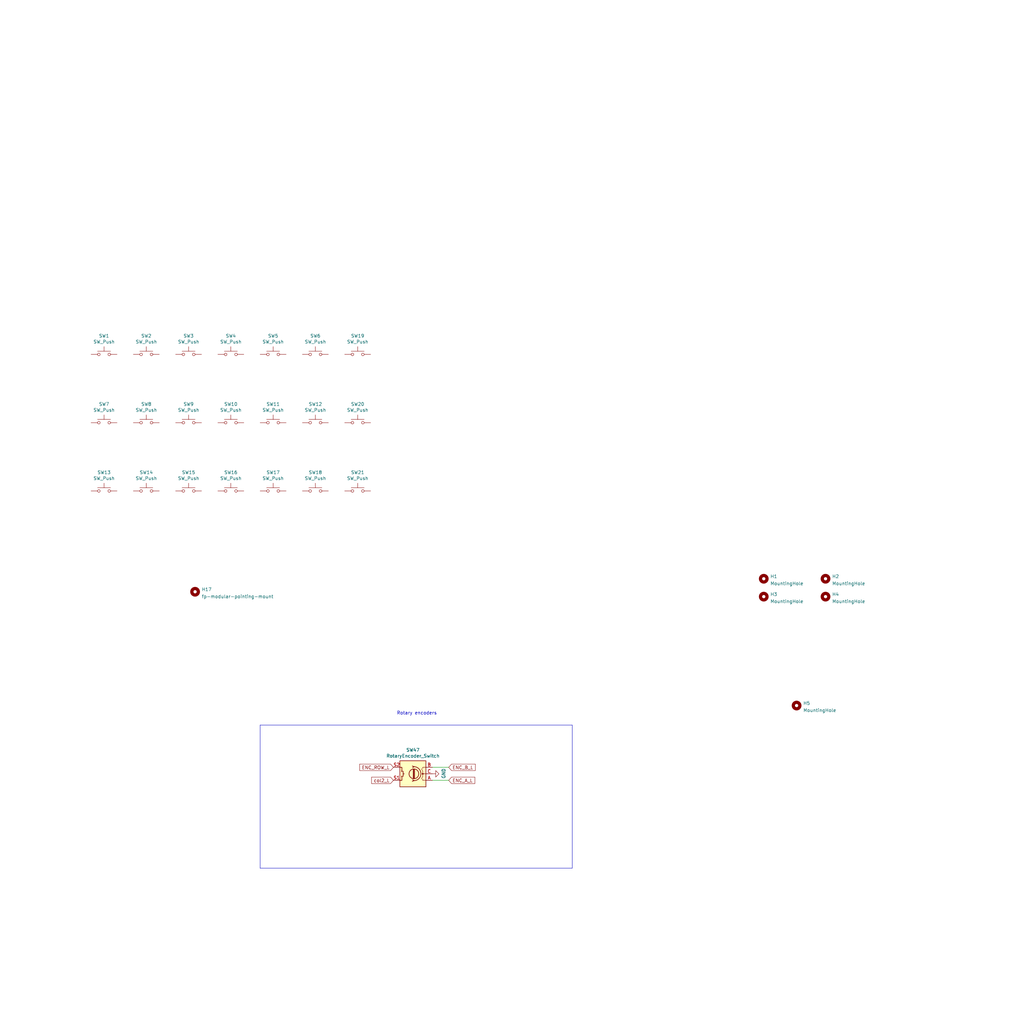
<source format=kicad_sch>
(kicad_sch (version 20230121) (generator eeschema)

  (uuid 61fe293f-6808-4b7f-9340-9aaac7054a97)

  (paper "User" 399.999 399.999)

  (lib_symbols
    (symbol "Mechanical:MountingHole" (pin_names (offset 1.016)) (in_bom yes) (on_board yes)
      (property "Reference" "H" (at 0 5.08 0)
        (effects (font (size 1.27 1.27)))
      )
      (property "Value" "MountingHole" (at 0 3.175 0)
        (effects (font (size 1.27 1.27)))
      )
      (property "Footprint" "" (at 0 0 0)
        (effects (font (size 1.27 1.27)) hide)
      )
      (property "Datasheet" "~" (at 0 0 0)
        (effects (font (size 1.27 1.27)) hide)
      )
      (property "ki_keywords" "mounting hole" (at 0 0 0)
        (effects (font (size 1.27 1.27)) hide)
      )
      (property "ki_description" "Mounting Hole without connection" (at 0 0 0)
        (effects (font (size 1.27 1.27)) hide)
      )
      (property "ki_fp_filters" "MountingHole*" (at 0 0 0)
        (effects (font (size 1.27 1.27)) hide)
      )
      (symbol "MountingHole_0_1"
        (circle (center 0 0) (radius 1.27)
          (stroke (width 1.27) (type default))
          (fill (type none))
        )
      )
    )
    (symbol "Switch:SW_Push" (pin_numbers hide) (pin_names (offset 1.016) hide) (in_bom yes) (on_board yes)
      (property "Reference" "SW" (at 1.27 2.54 0)
        (effects (font (size 1.27 1.27)) (justify left))
      )
      (property "Value" "SW_Push" (at 0 -1.524 0)
        (effects (font (size 1.27 1.27)))
      )
      (property "Footprint" "" (at 0 5.08 0)
        (effects (font (size 1.27 1.27)) hide)
      )
      (property "Datasheet" "~" (at 0 5.08 0)
        (effects (font (size 1.27 1.27)) hide)
      )
      (property "ki_keywords" "switch normally-open pushbutton push-button" (at 0 0 0)
        (effects (font (size 1.27 1.27)) hide)
      )
      (property "ki_description" "Push button switch, generic, two pins" (at 0 0 0)
        (effects (font (size 1.27 1.27)) hide)
      )
      (symbol "SW_Push_0_1"
        (circle (center -2.032 0) (radius 0.508)
          (stroke (width 0) (type default))
          (fill (type none))
        )
        (polyline
          (pts
            (xy 0 1.27)
            (xy 0 3.048)
          )
          (stroke (width 0) (type default))
          (fill (type none))
        )
        (polyline
          (pts
            (xy 2.54 1.27)
            (xy -2.54 1.27)
          )
          (stroke (width 0) (type default))
          (fill (type none))
        )
        (circle (center 2.032 0) (radius 0.508)
          (stroke (width 0) (type default))
          (fill (type none))
        )
        (pin passive line (at -5.08 0 0) (length 2.54)
          (name "1" (effects (font (size 1.27 1.27))))
          (number "1" (effects (font (size 1.27 1.27))))
        )
        (pin passive line (at 5.08 0 180) (length 2.54)
          (name "2" (effects (font (size 1.27 1.27))))
          (number "2" (effects (font (size 1.27 1.27))))
        )
      )
    )
    (symbol "ffkb-rescue:RotaryEncoder_Switch-Device" (pin_names (offset 0.254) hide) (in_bom yes) (on_board yes)
      (property "Reference" "SW" (at 0 6.604 0)
        (effects (font (size 1.27 1.27)))
      )
      (property "Value" "RotaryEncoder_Switch-Device" (at 0 -6.604 0)
        (effects (font (size 1.27 1.27)))
      )
      (property "Footprint" "" (at -3.81 4.064 0)
        (effects (font (size 1.27 1.27)) hide)
      )
      (property "Datasheet" "" (at 0 6.604 0)
        (effects (font (size 1.27 1.27)) hide)
      )
      (property "ki_fp_filters" "RotaryEncoder*Switch*" (at 0 0 0)
        (effects (font (size 1.27 1.27)) hide)
      )
      (symbol "RotaryEncoder_Switch-Device_0_1"
        (rectangle (start -5.08 5.08) (end 5.08 -5.08)
          (stroke (width 0.254) (type default))
          (fill (type background))
        )
        (circle (center -3.81 0) (radius 0.254)
          (stroke (width 0) (type default))
          (fill (type outline))
        )
        (circle (center -0.381 0) (radius 1.905)
          (stroke (width 0.254) (type default))
          (fill (type none))
        )
        (arc (start -0.381 2.667) (mid -3.0988 -0.0635) (end -0.381 -2.794)
          (stroke (width 0.254) (type default))
          (fill (type none))
        )
        (polyline
          (pts
            (xy -0.635 -1.778)
            (xy -0.635 1.778)
          )
          (stroke (width 0.254) (type default))
          (fill (type none))
        )
        (polyline
          (pts
            (xy -0.381 -1.778)
            (xy -0.381 1.778)
          )
          (stroke (width 0.254) (type default))
          (fill (type none))
        )
        (polyline
          (pts
            (xy -0.127 1.778)
            (xy -0.127 -1.778)
          )
          (stroke (width 0.254) (type default))
          (fill (type none))
        )
        (polyline
          (pts
            (xy 3.81 0)
            (xy 3.429 0)
          )
          (stroke (width 0.254) (type default))
          (fill (type none))
        )
        (polyline
          (pts
            (xy 3.81 1.016)
            (xy 3.81 -1.016)
          )
          (stroke (width 0.254) (type default))
          (fill (type none))
        )
        (polyline
          (pts
            (xy -5.08 -2.54)
            (xy -3.81 -2.54)
            (xy -3.81 -2.032)
          )
          (stroke (width 0) (type default))
          (fill (type none))
        )
        (polyline
          (pts
            (xy -5.08 2.54)
            (xy -3.81 2.54)
            (xy -3.81 2.032)
          )
          (stroke (width 0) (type default))
          (fill (type none))
        )
        (polyline
          (pts
            (xy 0.254 -3.048)
            (xy -0.508 -2.794)
            (xy 0.127 -2.413)
          )
          (stroke (width 0.254) (type default))
          (fill (type none))
        )
        (polyline
          (pts
            (xy 0.254 2.921)
            (xy -0.508 2.667)
            (xy 0.127 2.286)
          )
          (stroke (width 0.254) (type default))
          (fill (type none))
        )
        (polyline
          (pts
            (xy 5.08 -2.54)
            (xy 4.318 -2.54)
            (xy 4.318 -1.016)
          )
          (stroke (width 0.254) (type default))
          (fill (type none))
        )
        (polyline
          (pts
            (xy 5.08 2.54)
            (xy 4.318 2.54)
            (xy 4.318 1.016)
          )
          (stroke (width 0.254) (type default))
          (fill (type none))
        )
        (polyline
          (pts
            (xy -5.08 0)
            (xy -3.81 0)
            (xy -3.81 -1.016)
            (xy -3.302 -2.032)
          )
          (stroke (width 0) (type default))
          (fill (type none))
        )
        (polyline
          (pts
            (xy -4.318 0)
            (xy -3.81 0)
            (xy -3.81 1.016)
            (xy -3.302 2.032)
          )
          (stroke (width 0) (type default))
          (fill (type none))
        )
        (circle (center 4.318 -1.016) (radius 0.127)
          (stroke (width 0.254) (type default))
          (fill (type none))
        )
        (circle (center 4.318 1.016) (radius 0.127)
          (stroke (width 0.254) (type default))
          (fill (type none))
        )
      )
      (symbol "RotaryEncoder_Switch-Device_1_1"
        (pin passive line (at -7.62 2.54 0) (length 2.54)
          (name "A" (effects (font (size 1.27 1.27))))
          (number "A" (effects (font (size 1.27 1.27))))
        )
        (pin passive line (at -7.62 -2.54 0) (length 2.54)
          (name "B" (effects (font (size 1.27 1.27))))
          (number "B" (effects (font (size 1.27 1.27))))
        )
        (pin passive line (at -7.62 0 0) (length 2.54)
          (name "C" (effects (font (size 1.27 1.27))))
          (number "C" (effects (font (size 1.27 1.27))))
        )
        (pin passive line (at 7.62 2.54 180) (length 2.54)
          (name "S1" (effects (font (size 1.27 1.27))))
          (number "S1" (effects (font (size 1.27 1.27))))
        )
        (pin passive line (at 7.62 -2.54 180) (length 2.54)
          (name "S2" (effects (font (size 1.27 1.27))))
          (number "S2" (effects (font (size 1.27 1.27))))
        )
      )
    )
    (symbol "power:GND" (power) (pin_names (offset 0)) (in_bom yes) (on_board yes)
      (property "Reference" "#PWR" (at 0 -6.35 0)
        (effects (font (size 1.27 1.27)) hide)
      )
      (property "Value" "GND" (at 0 -3.81 0)
        (effects (font (size 1.27 1.27)))
      )
      (property "Footprint" "" (at 0 0 0)
        (effects (font (size 1.27 1.27)) hide)
      )
      (property "Datasheet" "" (at 0 0 0)
        (effects (font (size 1.27 1.27)) hide)
      )
      (property "ki_keywords" "power-flag" (at 0 0 0)
        (effects (font (size 1.27 1.27)) hide)
      )
      (property "ki_description" "Power symbol creates a global label with name \"GND\" , ground" (at 0 0 0)
        (effects (font (size 1.27 1.27)) hide)
      )
      (symbol "GND_0_1"
        (polyline
          (pts
            (xy 0 0)
            (xy 0 -1.27)
            (xy 1.27 -1.27)
            (xy 0 -2.54)
            (xy -1.27 -1.27)
            (xy 0 -1.27)
          )
          (stroke (width 0) (type default))
          (fill (type none))
        )
      )
      (symbol "GND_1_1"
        (pin power_in line (at 0 0 270) (length 0) hide
          (name "GND" (effects (font (size 1.27 1.27))))
          (number "1" (effects (font (size 1.27 1.27))))
        )
      )
    )
  )


  (polyline (pts (xy 223.52 339.09) (xy 223.52 283.21))
    (stroke (width 0) (type default))
    (uuid 41e362e1-f999-4b83-9641-448052b4ebe8)
  )
  (polyline (pts (xy 223.52 283.21) (xy 101.6 283.21))
    (stroke (width 0) (type default))
    (uuid 540dbb06-caf6-4dfe-abd7-cda33e75c9ae)
  )
  (polyline (pts (xy 101.6 339.09) (xy 223.52 339.09))
    (stroke (width 0) (type default))
    (uuid 7e543aee-2c59-45a2-b035-137f47666ff2)
  )
  (polyline (pts (xy 101.6 283.21) (xy 101.6 339.09))
    (stroke (width 0) (type default))
    (uuid dc211077-f013-4a6f-84c1-d6ee5b5bed9e)
  )

  (wire (pts (xy 168.91 299.72) (xy 175.26 299.72))
    (stroke (width 0) (type default))
    (uuid ec19e519-279b-4d08-8288-be58fe8a8d44)
  )
  (wire (pts (xy 168.91 304.8) (xy 175.26 304.8))
    (stroke (width 0) (type default))
    (uuid f5f503b5-f93a-4eb0-a9b7-af9692dd025f)
  )

  (text "Rotary encoders" (at 154.94 279.4 0)
    (effects (font (size 1.27 1.27)) (justify left bottom))
    (uuid 0dade29c-aecc-4c97-9e20-132ddba641ee)
  )

  (global_label "col2_L" (shape input) (at 153.67 304.8 180) (fields_autoplaced)
    (effects (font (size 1.27 1.27)) (justify right))
    (uuid 40ffcf43-8676-4ace-9bdb-371af15cccca)
    (property "Intersheetrefs" "${INTERSHEET_REFS}" (at 145.2377 304.8794 0)
      (effects (font (size 1.27 1.27)) (justify right) hide)
    )
  )
  (global_label "ENC_A_L" (shape input) (at 175.26 304.8 0) (fields_autoplaced)
    (effects (font (size 1.27 1.27)) (justify left))
    (uuid 684b317f-96b2-4563-94b7-a9f9dbce19d3)
    (property "Intersheetrefs" "${INTERSHEET_REFS}" (at 185.3856 304.7206 0)
      (effects (font (size 1.27 1.27)) (justify left) hide)
    )
  )
  (global_label "ENC_ROW_L" (shape input) (at 153.67 299.72 180) (fields_autoplaced)
    (effects (font (size 1.27 1.27)) (justify right))
    (uuid dfe6c11e-acd8-45c9-8af6-9efa9ad526f6)
    (property "Intersheetrefs" "${INTERSHEET_REFS}" (at 140.581 299.6406 0)
      (effects (font (size 1.27 1.27)) (justify right) hide)
    )
  )
  (global_label "ENC_B_L" (shape input) (at 175.26 299.72 0) (fields_autoplaced)
    (effects (font (size 1.27 1.27)) (justify left))
    (uuid fc4ead07-2c75-4f81-b5b2-9b940d5c0fbf)
    (property "Intersheetrefs" "${INTERSHEET_REFS}" (at 185.5671 299.6406 0)
      (effects (font (size 1.27 1.27)) (justify left) hide)
    )
  )

  (symbol (lib_id "Switch:SW_Push") (at 57.15 138.43 0) (unit 1)
    (in_bom yes) (on_board yes) (dnp no)
    (uuid 00000000-0000-0000-0000-000060ed53a1)
    (property "Reference" "SW2" (at 57.15 131.191 0)
      (effects (font (size 1.27 1.27)))
    )
    (property "Value" "SW_Push" (at 57.15 133.5024 0)
      (effects (font (size 1.27 1.27)))
    )
    (property "Footprint" "fingerpunch-plates:switch-cutout-mx" (at 57.15 133.35 0)
      (effects (font (size 1.27 1.27)) hide)
    )
    (property "Datasheet" "~" (at 57.15 133.35 0)
      (effects (font (size 1.27 1.27)) hide)
    )
    (pin "1" (uuid d9d563e7-1a6a-4799-a2f3-85a99db9a544))
    (pin "2" (uuid ff24373c-2038-4f59-9f8c-0503525a62b7))
    (instances
      (project "ximi-plates-pointing-device-switchplate"
        (path "/61fe293f-6808-4b7f-9340-9aaac7054a97"
          (reference "SW2") (unit 1)
        )
      )
    )
  )

  (symbol (lib_id "Switch:SW_Push") (at 73.66 138.43 0) (unit 1)
    (in_bom yes) (on_board yes) (dnp no)
    (uuid 00000000-0000-0000-0000-000060ee975d)
    (property "Reference" "SW3" (at 73.66 131.191 0)
      (effects (font (size 1.27 1.27)))
    )
    (property "Value" "SW_Push" (at 73.66 133.5024 0)
      (effects (font (size 1.27 1.27)))
    )
    (property "Footprint" "fingerpunch-plates:switch-cutout-mx" (at 73.66 133.35 0)
      (effects (font (size 1.27 1.27)) hide)
    )
    (property "Datasheet" "~" (at 73.66 133.35 0)
      (effects (font (size 1.27 1.27)) hide)
    )
    (pin "1" (uuid 952eb6d2-2954-4111-a5a8-f0a4d5f90c38))
    (pin "2" (uuid b80eaa86-2010-44e1-a77e-325d4cca16f7))
    (instances
      (project "ximi-plates-pointing-device-switchplate"
        (path "/61fe293f-6808-4b7f-9340-9aaac7054a97"
          (reference "SW3") (unit 1)
        )
      )
    )
  )

  (symbol (lib_id "Switch:SW_Push") (at 90.17 138.43 0) (unit 1)
    (in_bom yes) (on_board yes) (dnp no)
    (uuid 00000000-0000-0000-0000-000060eed265)
    (property "Reference" "SW4" (at 90.17 131.191 0)
      (effects (font (size 1.27 1.27)))
    )
    (property "Value" "SW_Push" (at 90.17 133.5024 0)
      (effects (font (size 1.27 1.27)))
    )
    (property "Footprint" "fingerpunch-plates:switch-cutout-mx" (at 90.17 133.35 0)
      (effects (font (size 1.27 1.27)) hide)
    )
    (property "Datasheet" "~" (at 90.17 133.35 0)
      (effects (font (size 1.27 1.27)) hide)
    )
    (pin "1" (uuid 00dcf642-2107-4639-8754-6e915c1b9aa8))
    (pin "2" (uuid 33f5878c-5246-435a-be5b-77cb5fb58e5e))
    (instances
      (project "ximi-plates-pointing-device-switchplate"
        (path "/61fe293f-6808-4b7f-9340-9aaac7054a97"
          (reference "SW4") (unit 1)
        )
      )
    )
  )

  (symbol (lib_id "Switch:SW_Push") (at 106.68 138.43 0) (unit 1)
    (in_bom yes) (on_board yes) (dnp no)
    (uuid 00000000-0000-0000-0000-000060eed275)
    (property "Reference" "SW5" (at 106.68 131.191 0)
      (effects (font (size 1.27 1.27)))
    )
    (property "Value" "SW_Push" (at 106.68 133.5024 0)
      (effects (font (size 1.27 1.27)))
    )
    (property "Footprint" "fingerpunch-plates:switch-cutout-mx" (at 106.68 133.35 0)
      (effects (font (size 1.27 1.27)) hide)
    )
    (property "Datasheet" "~" (at 106.68 133.35 0)
      (effects (font (size 1.27 1.27)) hide)
    )
    (pin "1" (uuid ceded776-8101-4dc2-bf0c-c68067368bff))
    (pin "2" (uuid d8735775-66e9-48f1-ad25-a0cb7a5ab2e7))
    (instances
      (project "ximi-plates-pointing-device-switchplate"
        (path "/61fe293f-6808-4b7f-9340-9aaac7054a97"
          (reference "SW5") (unit 1)
        )
      )
    )
  )

  (symbol (lib_id "Switch:SW_Push") (at 123.19 138.43 0) (unit 1)
    (in_bom yes) (on_board yes) (dnp no)
    (uuid 00000000-0000-0000-0000-000060ef09f2)
    (property "Reference" "SW6" (at 123.19 131.191 0)
      (effects (font (size 1.27 1.27)))
    )
    (property "Value" "SW_Push" (at 123.19 133.5024 0)
      (effects (font (size 1.27 1.27)))
    )
    (property "Footprint" "fingerpunch-plates:switch-cutout-mx" (at 123.19 133.35 0)
      (effects (font (size 1.27 1.27)) hide)
    )
    (property "Datasheet" "~" (at 123.19 133.35 0)
      (effects (font (size 1.27 1.27)) hide)
    )
    (pin "1" (uuid d2312d0b-83c5-4de4-8a71-5555bab4aa14))
    (pin "2" (uuid a02abe2f-a70b-4da2-9984-7202e6cddfd0))
    (instances
      (project "ximi-plates-pointing-device-switchplate"
        (path "/61fe293f-6808-4b7f-9340-9aaac7054a97"
          (reference "SW6") (unit 1)
        )
      )
    )
  )

  (symbol (lib_id "Switch:SW_Push") (at 139.7 138.43 0) (unit 1)
    (in_bom yes) (on_board yes) (dnp no)
    (uuid 00000000-0000-0000-0000-000060ef0a02)
    (property "Reference" "SW19" (at 139.7 131.191 0)
      (effects (font (size 1.27 1.27)))
    )
    (property "Value" "SW_Push" (at 139.7 133.5024 0)
      (effects (font (size 1.27 1.27)))
    )
    (property "Footprint" "fingerpunch-plates:switch-cutout-mx" (at 139.7 133.35 0)
      (effects (font (size 1.27 1.27)) hide)
    )
    (property "Datasheet" "~" (at 139.7 133.35 0)
      (effects (font (size 1.27 1.27)) hide)
    )
    (pin "1" (uuid 61cedf16-9450-4fff-8022-dc881e9dd40d))
    (pin "2" (uuid a5c72095-2fa8-45cf-ba49-f89bd3f05498))
    (instances
      (project "ximi-plates-pointing-device-switchplate"
        (path "/61fe293f-6808-4b7f-9340-9aaac7054a97"
          (reference "SW19") (unit 1)
        )
      )
    )
  )

  (symbol (lib_id "Switch:SW_Push") (at 57.15 165.1 0) (unit 1)
    (in_bom yes) (on_board yes) (dnp no)
    (uuid 00000000-0000-0000-0000-000060ef4e18)
    (property "Reference" "SW8" (at 57.15 157.861 0)
      (effects (font (size 1.27 1.27)))
    )
    (property "Value" "SW_Push" (at 57.15 160.1724 0)
      (effects (font (size 1.27 1.27)))
    )
    (property "Footprint" "fingerpunch-plates:switch-cutout-mx" (at 57.15 160.02 0)
      (effects (font (size 1.27 1.27)) hide)
    )
    (property "Datasheet" "~" (at 57.15 160.02 0)
      (effects (font (size 1.27 1.27)) hide)
    )
    (pin "1" (uuid fd6c9792-9fbd-461e-8c10-40765aa8fc1a))
    (pin "2" (uuid 4dc172c9-8d82-488c-a618-cabc47686492))
    (instances
      (project "ximi-plates-pointing-device-switchplate"
        (path "/61fe293f-6808-4b7f-9340-9aaac7054a97"
          (reference "SW8") (unit 1)
        )
      )
    )
  )

  (symbol (lib_id "Switch:SW_Push") (at 73.66 165.1 0) (unit 1)
    (in_bom yes) (on_board yes) (dnp no)
    (uuid 00000000-0000-0000-0000-000060ef4e28)
    (property "Reference" "SW9" (at 73.66 157.861 0)
      (effects (font (size 1.27 1.27)))
    )
    (property "Value" "SW_Push" (at 73.66 160.1724 0)
      (effects (font (size 1.27 1.27)))
    )
    (property "Footprint" "fingerpunch-plates:switch-cutout-mx" (at 73.66 160.02 0)
      (effects (font (size 1.27 1.27)) hide)
    )
    (property "Datasheet" "~" (at 73.66 160.02 0)
      (effects (font (size 1.27 1.27)) hide)
    )
    (pin "1" (uuid 83f398ab-4539-47c5-b26a-93ca54378770))
    (pin "2" (uuid a218eb0a-a093-4d2d-bf68-3e0c486b09f2))
    (instances
      (project "ximi-plates-pointing-device-switchplate"
        (path "/61fe293f-6808-4b7f-9340-9aaac7054a97"
          (reference "SW9") (unit 1)
        )
      )
    )
  )

  (symbol (lib_id "Switch:SW_Push") (at 90.17 165.1 0) (unit 1)
    (in_bom yes) (on_board yes) (dnp no)
    (uuid 00000000-0000-0000-0000-000060ef914b)
    (property "Reference" "SW10" (at 90.17 157.861 0)
      (effects (font (size 1.27 1.27)))
    )
    (property "Value" "SW_Push" (at 90.17 160.1724 0)
      (effects (font (size 1.27 1.27)))
    )
    (property "Footprint" "fingerpunch-plates:switch-cutout-mx" (at 90.17 160.02 0)
      (effects (font (size 1.27 1.27)) hide)
    )
    (property "Datasheet" "~" (at 90.17 160.02 0)
      (effects (font (size 1.27 1.27)) hide)
    )
    (pin "1" (uuid 868912b0-f8d9-4aad-90dc-8a4849207863))
    (pin "2" (uuid 8a505398-540e-46de-a991-856521182072))
    (instances
      (project "ximi-plates-pointing-device-switchplate"
        (path "/61fe293f-6808-4b7f-9340-9aaac7054a97"
          (reference "SW10") (unit 1)
        )
      )
    )
  )

  (symbol (lib_id "Switch:SW_Push") (at 106.68 165.1 0) (unit 1)
    (in_bom yes) (on_board yes) (dnp no)
    (uuid 00000000-0000-0000-0000-000060ef915b)
    (property "Reference" "SW11" (at 106.68 157.861 0)
      (effects (font (size 1.27 1.27)))
    )
    (property "Value" "SW_Push" (at 106.68 160.1724 0)
      (effects (font (size 1.27 1.27)))
    )
    (property "Footprint" "fingerpunch-plates:switch-cutout-mx" (at 106.68 160.02 0)
      (effects (font (size 1.27 1.27)) hide)
    )
    (property "Datasheet" "~" (at 106.68 160.02 0)
      (effects (font (size 1.27 1.27)) hide)
    )
    (pin "1" (uuid fa42807d-0c15-4036-8b55-a76fa1c09146))
    (pin "2" (uuid 0e89514b-5a61-4aea-a61a-056b3205af2f))
    (instances
      (project "ximi-plates-pointing-device-switchplate"
        (path "/61fe293f-6808-4b7f-9340-9aaac7054a97"
          (reference "SW11") (unit 1)
        )
      )
    )
  )

  (symbol (lib_id "Switch:SW_Push") (at 123.19 165.1 0) (unit 1)
    (in_bom yes) (on_board yes) (dnp no)
    (uuid 00000000-0000-0000-0000-000060efe98f)
    (property "Reference" "SW12" (at 123.19 157.861 0)
      (effects (font (size 1.27 1.27)))
    )
    (property "Value" "SW_Push" (at 123.19 160.1724 0)
      (effects (font (size 1.27 1.27)))
    )
    (property "Footprint" "fingerpunch-plates:switch-cutout-mx" (at 123.19 160.02 0)
      (effects (font (size 1.27 1.27)) hide)
    )
    (property "Datasheet" "~" (at 123.19 160.02 0)
      (effects (font (size 1.27 1.27)) hide)
    )
    (pin "1" (uuid 1cde62e2-a133-4b92-8538-a7292a812f08))
    (pin "2" (uuid ae91ad65-c9c5-4483-91e5-d32d6ba8a04c))
    (instances
      (project "ximi-plates-pointing-device-switchplate"
        (path "/61fe293f-6808-4b7f-9340-9aaac7054a97"
          (reference "SW12") (unit 1)
        )
      )
    )
  )

  (symbol (lib_id "Switch:SW_Push") (at 139.7 191.77 0) (unit 1)
    (in_bom yes) (on_board yes) (dnp no)
    (uuid 00000000-0000-0000-0000-000060efe99f)
    (property "Reference" "SW21" (at 139.7 184.531 0)
      (effects (font (size 1.27 1.27)))
    )
    (property "Value" "SW_Push" (at 139.7 186.8424 0)
      (effects (font (size 1.27 1.27)))
    )
    (property "Footprint" "fingerpunch-plates:switch-cutout-mx" (at 139.7 186.69 0)
      (effects (font (size 1.27 1.27)) hide)
    )
    (property "Datasheet" "~" (at 139.7 186.69 0)
      (effects (font (size 1.27 1.27)) hide)
    )
    (pin "1" (uuid debe5b34-8d5e-4674-b56d-60c671acdebd))
    (pin "2" (uuid 07fa7ddb-4cb4-434a-b00c-5858d217f21d))
    (instances
      (project "ximi-plates-pointing-device-switchplate"
        (path "/61fe293f-6808-4b7f-9340-9aaac7054a97"
          (reference "SW21") (unit 1)
        )
      )
    )
  )

  (symbol (lib_id "Switch:SW_Push") (at 57.15 191.77 0) (unit 1)
    (in_bom yes) (on_board yes) (dnp no)
    (uuid 00000000-0000-0000-0000-000060f037b7)
    (property "Reference" "SW14" (at 57.15 184.531 0)
      (effects (font (size 1.27 1.27)))
    )
    (property "Value" "SW_Push" (at 57.15 186.8424 0)
      (effects (font (size 1.27 1.27)))
    )
    (property "Footprint" "fingerpunch-plates:switch-cutout-mx" (at 57.15 186.69 0)
      (effects (font (size 1.27 1.27)) hide)
    )
    (property "Datasheet" "~" (at 57.15 186.69 0)
      (effects (font (size 1.27 1.27)) hide)
    )
    (pin "1" (uuid 58901d3c-983a-4aaa-aaf6-d3db52d0efa8))
    (pin "2" (uuid 250d4f0d-e87a-4d97-a116-bcd7cc7a08cb))
    (instances
      (project "ximi-plates-pointing-device-switchplate"
        (path "/61fe293f-6808-4b7f-9340-9aaac7054a97"
          (reference "SW14") (unit 1)
        )
      )
    )
  )

  (symbol (lib_id "Switch:SW_Push") (at 73.66 191.77 0) (unit 1)
    (in_bom yes) (on_board yes) (dnp no)
    (uuid 00000000-0000-0000-0000-000060f037c7)
    (property "Reference" "SW15" (at 73.66 184.531 0)
      (effects (font (size 1.27 1.27)))
    )
    (property "Value" "SW_Push" (at 73.66 186.8424 0)
      (effects (font (size 1.27 1.27)))
    )
    (property "Footprint" "fingerpunch-plates:switch-cutout-mx" (at 73.66 186.69 0)
      (effects (font (size 1.27 1.27)) hide)
    )
    (property "Datasheet" "~" (at 73.66 186.69 0)
      (effects (font (size 1.27 1.27)) hide)
    )
    (pin "1" (uuid 5a780693-61fc-4761-9222-04a74a231d69))
    (pin "2" (uuid ece57487-be6d-4560-914c-432dd6fb27a0))
    (instances
      (project "ximi-plates-pointing-device-switchplate"
        (path "/61fe293f-6808-4b7f-9340-9aaac7054a97"
          (reference "SW15") (unit 1)
        )
      )
    )
  )

  (symbol (lib_id "Switch:SW_Push") (at 90.17 191.77 0) (unit 1)
    (in_bom yes) (on_board yes) (dnp no)
    (uuid 00000000-0000-0000-0000-000060f08376)
    (property "Reference" "SW16" (at 90.17 184.531 0)
      (effects (font (size 1.27 1.27)))
    )
    (property "Value" "SW_Push" (at 90.17 186.8424 0)
      (effects (font (size 1.27 1.27)))
    )
    (property "Footprint" "fingerpunch-plates:switch-cutout-mx" (at 90.17 186.69 0)
      (effects (font (size 1.27 1.27)) hide)
    )
    (property "Datasheet" "~" (at 90.17 186.69 0)
      (effects (font (size 1.27 1.27)) hide)
    )
    (pin "1" (uuid 5d0bfb87-2966-4511-a2f2-200a11366799))
    (pin "2" (uuid 9e949464-7ffd-49d4-a5a5-7bdcdb22ae80))
    (instances
      (project "ximi-plates-pointing-device-switchplate"
        (path "/61fe293f-6808-4b7f-9340-9aaac7054a97"
          (reference "SW16") (unit 1)
        )
      )
    )
  )

  (symbol (lib_id "Switch:SW_Push") (at 106.68 191.77 0) (unit 1)
    (in_bom yes) (on_board yes) (dnp no)
    (uuid 00000000-0000-0000-0000-000060f08386)
    (property "Reference" "SW17" (at 106.68 184.531 0)
      (effects (font (size 1.27 1.27)))
    )
    (property "Value" "SW_Push" (at 106.68 186.8424 0)
      (effects (font (size 1.27 1.27)))
    )
    (property "Footprint" "fingerpunch-plates:switch-cutout-mx" (at 106.68 186.69 0)
      (effects (font (size 1.27 1.27)) hide)
    )
    (property "Datasheet" "~" (at 106.68 186.69 0)
      (effects (font (size 1.27 1.27)) hide)
    )
    (pin "1" (uuid d03ca063-dbcc-4fbd-a2b8-a81cb6f5133e))
    (pin "2" (uuid 8045931b-15d4-4958-aba7-d39303dd1058))
    (instances
      (project "ximi-plates-pointing-device-switchplate"
        (path "/61fe293f-6808-4b7f-9340-9aaac7054a97"
          (reference "SW17") (unit 1)
        )
      )
    )
  )

  (symbol (lib_id "Switch:SW_Push") (at 123.19 191.77 0) (unit 1)
    (in_bom yes) (on_board yes) (dnp no)
    (uuid 00000000-0000-0000-0000-000060f0de0f)
    (property "Reference" "SW18" (at 123.19 184.531 0)
      (effects (font (size 1.27 1.27)))
    )
    (property "Value" "SW_Push" (at 123.19 186.8424 0)
      (effects (font (size 1.27 1.27)))
    )
    (property "Footprint" "fingerpunch-plates:switch-cutout-mx" (at 123.19 186.69 0)
      (effects (font (size 1.27 1.27)) hide)
    )
    (property "Datasheet" "~" (at 123.19 186.69 0)
      (effects (font (size 1.27 1.27)) hide)
    )
    (pin "1" (uuid 1bd7038c-ccc5-4dc1-851d-aaabf77206fe))
    (pin "2" (uuid ff41b5c0-eafe-4fa6-887b-852f5806da3a))
    (instances
      (project "ximi-plates-pointing-device-switchplate"
        (path "/61fe293f-6808-4b7f-9340-9aaac7054a97"
          (reference "SW18") (unit 1)
        )
      )
    )
  )

  (symbol (lib_id "Switch:SW_Push") (at 139.7 165.1 0) (unit 1)
    (in_bom yes) (on_board yes) (dnp no)
    (uuid 00000000-0000-0000-0000-000060f79c1f)
    (property "Reference" "SW20" (at 139.7 157.861 0)
      (effects (font (size 1.27 1.27)))
    )
    (property "Value" "SW_Push" (at 139.7 160.1724 0)
      (effects (font (size 1.27 1.27)))
    )
    (property "Footprint" "fingerpunch-plates:switch-cutout-mx" (at 139.7 160.02 0)
      (effects (font (size 1.27 1.27)) hide)
    )
    (property "Datasheet" "~" (at 139.7 160.02 0)
      (effects (font (size 1.27 1.27)) hide)
    )
    (pin "1" (uuid d166c03e-cd4b-4a5b-bb70-a7218f31b575))
    (pin "2" (uuid 837f1da1-c297-4591-bc6e-b2da5f018fbd))
    (instances
      (project "ximi-plates-pointing-device-switchplate"
        (path "/61fe293f-6808-4b7f-9340-9aaac7054a97"
          (reference "SW20") (unit 1)
        )
      )
    )
  )

  (symbol (lib_id "Switch:SW_Push") (at 40.64 138.43 0) (unit 1)
    (in_bom yes) (on_board yes) (dnp no)
    (uuid 00000000-0000-0000-0000-000061cf878a)
    (property "Reference" "SW1" (at 40.64 131.191 0)
      (effects (font (size 1.27 1.27)))
    )
    (property "Value" "SW_Push" (at 40.64 133.5024 0)
      (effects (font (size 1.27 1.27)))
    )
    (property "Footprint" "fingerpunch-plates:switch-cutout-mx" (at 40.64 133.35 0)
      (effects (font (size 1.27 1.27)) hide)
    )
    (property "Datasheet" "~" (at 40.64 133.35 0)
      (effects (font (size 1.27 1.27)) hide)
    )
    (pin "1" (uuid 33f9003b-cbe2-4dc7-9288-a0db021e45b1))
    (pin "2" (uuid 0608391e-b202-4612-a73b-a670d65cd261))
    (instances
      (project "ximi-plates-pointing-device-switchplate"
        (path "/61fe293f-6808-4b7f-9340-9aaac7054a97"
          (reference "SW1") (unit 1)
        )
      )
    )
  )

  (symbol (lib_id "Switch:SW_Push") (at 40.64 165.1 0) (unit 1)
    (in_bom yes) (on_board yes) (dnp no)
    (uuid 00000000-0000-0000-0000-000061cf8798)
    (property "Reference" "SW7" (at 40.64 157.861 0)
      (effects (font (size 1.27 1.27)))
    )
    (property "Value" "SW_Push" (at 40.64 160.1724 0)
      (effects (font (size 1.27 1.27)))
    )
    (property "Footprint" "fingerpunch-plates:switch-cutout-mx" (at 40.64 160.02 0)
      (effects (font (size 1.27 1.27)) hide)
    )
    (property "Datasheet" "~" (at 40.64 160.02 0)
      (effects (font (size 1.27 1.27)) hide)
    )
    (pin "1" (uuid 5013c67f-06e0-4f80-aed9-bc6aab34c225))
    (pin "2" (uuid 453f9340-906d-4aa8-b05c-f55f68566bd0))
    (instances
      (project "ximi-plates-pointing-device-switchplate"
        (path "/61fe293f-6808-4b7f-9340-9aaac7054a97"
          (reference "SW7") (unit 1)
        )
      )
    )
  )

  (symbol (lib_id "Switch:SW_Push") (at 40.64 191.77 0) (unit 1)
    (in_bom yes) (on_board yes) (dnp no)
    (uuid 00000000-0000-0000-0000-000061cf87a6)
    (property "Reference" "SW13" (at 40.64 184.531 0)
      (effects (font (size 1.27 1.27)))
    )
    (property "Value" "SW_Push" (at 40.64 186.8424 0)
      (effects (font (size 1.27 1.27)))
    )
    (property "Footprint" "fingerpunch-plates:switch-cutout-mx" (at 40.64 186.69 0)
      (effects (font (size 1.27 1.27)) hide)
    )
    (property "Datasheet" "~" (at 40.64 186.69 0)
      (effects (font (size 1.27 1.27)) hide)
    )
    (pin "1" (uuid 39ba231d-e017-4a0f-a40c-d7bc6a7d019c))
    (pin "2" (uuid 6e0b4302-d46b-471c-b060-79e2c3c8a5dd))
    (instances
      (project "ximi-plates-pointing-device-switchplate"
        (path "/61fe293f-6808-4b7f-9340-9aaac7054a97"
          (reference "SW13") (unit 1)
        )
      )
    )
  )

  (symbol (lib_id "Mechanical:MountingHole") (at 322.453 226.06 0) (unit 1)
    (in_bom yes) (on_board yes) (dnp no) (fields_autoplaced)
    (uuid 504d674f-9639-432d-8633-cf6c6968a07b)
    (property "Reference" "H2" (at 324.993 225.1515 0)
      (effects (font (size 1.27 1.27)) (justify left))
    )
    (property "Value" "MountingHole" (at 324.993 227.9266 0)
      (effects (font (size 1.27 1.27)) (justify left))
    )
    (property "Footprint" "fingerpunch-plates:MountingHole_2.2mm_M2_DIN965_Pad" (at 322.453 226.06 0)
      (effects (font (size 1.27 1.27)) hide)
    )
    (property "Datasheet" "~" (at 322.453 226.06 0)
      (effects (font (size 1.27 1.27)) hide)
    )
    (instances
      (project "ximi-plates-pointing-device-switchplate"
        (path "/61fe293f-6808-4b7f-9340-9aaac7054a97"
          (reference "H2") (unit 1)
        )
      )
    )
  )

  (symbol (lib_id "Mechanical:MountingHole") (at 76.2 231.14 0) (unit 1)
    (in_bom yes) (on_board yes) (dnp no) (fields_autoplaced)
    (uuid 7c918aa9-9992-4942-af6a-d94432eac25d)
    (property "Reference" "H17" (at 78.74 230.2315 0)
      (effects (font (size 1.27 1.27)) (justify left))
    )
    (property "Value" "fp-modular-pointing-mount" (at 78.74 233.0066 0)
      (effects (font (size 1.27 1.27)) (justify left))
    )
    (property "Footprint" "fingerpunch-plates:fp-trackball-pcb-mount" (at 76.2 231.14 0)
      (effects (font (size 1.27 1.27)) hide)
    )
    (property "Datasheet" "~" (at 76.2 231.14 0)
      (effects (font (size 1.27 1.27)) hide)
    )
    (instances
      (project "ximi-plates-pointing-device-switchplate"
        (path "/61fe293f-6808-4b7f-9340-9aaac7054a97"
          (reference "H17") (unit 1)
        )
      )
    )
  )

  (symbol (lib_id "Mechanical:MountingHole") (at 311.15 275.59 0) (unit 1)
    (in_bom yes) (on_board yes) (dnp no) (fields_autoplaced)
    (uuid 8009e175-da52-4f02-aefd-dd17bdc668f7)
    (property "Reference" "H5" (at 313.69 274.6815 0)
      (effects (font (size 1.27 1.27)) (justify left))
    )
    (property "Value" "MountingHole" (at 313.69 277.4566 0)
      (effects (font (size 1.27 1.27)) (justify left))
    )
    (property "Footprint" "fingerpunch-plates:MountingHole_2.2mm_M2_DIN965_Pad" (at 311.15 275.59 0)
      (effects (font (size 1.27 1.27)) hide)
    )
    (property "Datasheet" "~" (at 311.15 275.59 0)
      (effects (font (size 1.27 1.27)) hide)
    )
    (instances
      (project "ximi-plates-pointing-device-switchplate"
        (path "/61fe293f-6808-4b7f-9340-9aaac7054a97"
          (reference "H5") (unit 1)
        )
      )
    )
  )

  (symbol (lib_id "Mechanical:MountingHole") (at 322.453 233.045 0) (unit 1)
    (in_bom yes) (on_board yes) (dnp no) (fields_autoplaced)
    (uuid 915de838-2993-487a-8f83-62d36ade277e)
    (property "Reference" "H4" (at 324.993 232.1365 0)
      (effects (font (size 1.27 1.27)) (justify left))
    )
    (property "Value" "MountingHole" (at 324.993 234.9116 0)
      (effects (font (size 1.27 1.27)) (justify left))
    )
    (property "Footprint" "fingerpunch-plates:MountingHole_2.2mm_M2_DIN965_Pad" (at 322.453 233.045 0)
      (effects (font (size 1.27 1.27)) hide)
    )
    (property "Datasheet" "~" (at 322.453 233.045 0)
      (effects (font (size 1.27 1.27)) hide)
    )
    (instances
      (project "ximi-plates-pointing-device-switchplate"
        (path "/61fe293f-6808-4b7f-9340-9aaac7054a97"
          (reference "H4") (unit 1)
        )
      )
    )
  )

  (symbol (lib_id "power:GND") (at 168.91 302.26 90) (unit 1)
    (in_bom yes) (on_board yes) (dnp no)
    (uuid c66c47a8-0018-426c-8818-821cb108f4f3)
    (property "Reference" "#PWR0127" (at 175.26 302.26 0)
      (effects (font (size 1.27 1.27)) hide)
    )
    (property "Value" "GND" (at 173.3042 302.133 0)
      (effects (font (size 1.27 1.27)))
    )
    (property "Footprint" "" (at 168.91 302.26 0)
      (effects (font (size 1.27 1.27)) hide)
    )
    (property "Datasheet" "" (at 168.91 302.26 0)
      (effects (font (size 1.27 1.27)) hide)
    )
    (pin "1" (uuid fe8d9129-8c63-43fd-bf69-7dc230dbbb49))
    (instances
      (project "ximi-plates-pointing-device-switchplate"
        (path "/61fe293f-6808-4b7f-9340-9aaac7054a97"
          (reference "#PWR0127") (unit 1)
        )
      )
    )
  )

  (symbol (lib_id "Mechanical:MountingHole") (at 298.323 226.06 0) (unit 1)
    (in_bom yes) (on_board yes) (dnp no) (fields_autoplaced)
    (uuid cf61b999-cf33-4ade-80af-db65a728812d)
    (property "Reference" "H1" (at 300.863 225.1515 0)
      (effects (font (size 1.27 1.27)) (justify left))
    )
    (property "Value" "MountingHole" (at 300.863 227.9266 0)
      (effects (font (size 1.27 1.27)) (justify left))
    )
    (property "Footprint" "fingerpunch-plates:MountingHole_2.2mm_M2_DIN965_Pad" (at 298.323 226.06 0)
      (effects (font (size 1.27 1.27)) hide)
    )
    (property "Datasheet" "~" (at 298.323 226.06 0)
      (effects (font (size 1.27 1.27)) hide)
    )
    (instances
      (project "ximi-plates-pointing-device-switchplate"
        (path "/61fe293f-6808-4b7f-9340-9aaac7054a97"
          (reference "H1") (unit 1)
        )
      )
    )
  )

  (symbol (lib_id "Mechanical:MountingHole") (at 298.323 233.045 0) (unit 1)
    (in_bom yes) (on_board yes) (dnp no) (fields_autoplaced)
    (uuid d4106b81-417c-4dcb-a18c-4ba1e33f0184)
    (property "Reference" "H3" (at 300.863 232.1365 0)
      (effects (font (size 1.27 1.27)) (justify left))
    )
    (property "Value" "MountingHole" (at 300.863 234.9116 0)
      (effects (font (size 1.27 1.27)) (justify left))
    )
    (property "Footprint" "fingerpunch-plates:MountingHole_2.2mm_M2_DIN965_Pad" (at 298.323 233.045 0)
      (effects (font (size 1.27 1.27)) hide)
    )
    (property "Datasheet" "~" (at 298.323 233.045 0)
      (effects (font (size 1.27 1.27)) hide)
    )
    (instances
      (project "ximi-plates-pointing-device-switchplate"
        (path "/61fe293f-6808-4b7f-9340-9aaac7054a97"
          (reference "H3") (unit 1)
        )
      )
    )
  )

  (symbol (lib_id "ffkb-rescue:RotaryEncoder_Switch-Device") (at 161.29 302.26 180) (unit 1)
    (in_bom yes) (on_board yes) (dnp no)
    (uuid f243879b-c98a-44c0-b739-350ee59157ac)
    (property "Reference" "SW47" (at 161.29 292.9382 0)
      (effects (font (size 1.27 1.27)))
    )
    (property "Value" "RotaryEncoder_Switch" (at 161.29 295.2496 0)
      (effects (font (size 1.27 1.27)))
    )
    (property "Footprint" "fingerpunch-plates:RotaryEncoder_EC11-no-legs" (at 165.1 306.324 0)
      (effects (font (size 1.27 1.27)) hide)
    )
    (property "Datasheet" "~" (at 161.29 308.864 0)
      (effects (font (size 1.27 1.27)) hide)
    )
    (pin "A" (uuid e337fb4c-f054-4864-af73-94d2a3d1a6a0))
    (pin "B" (uuid 46104364-9677-4ab3-9499-fa4d1e7dd9c1))
    (pin "C" (uuid 08a03179-60cb-4b66-9852-5b6b7fc2360d))
    (pin "S1" (uuid c1ea635c-f054-4652-8782-1b4249c4ea2c))
    (pin "S2" (uuid 1c98553b-d3e8-42c5-8b6c-db16e736ebe5))
    (instances
      (project "ximi-plates-pointing-device-switchplate"
        (path "/61fe293f-6808-4b7f-9340-9aaac7054a97"
          (reference "SW47") (unit 1)
        )
      )
    )
  )

  (sheet_instances
    (path "/" (page "1"))
  )
)

</source>
